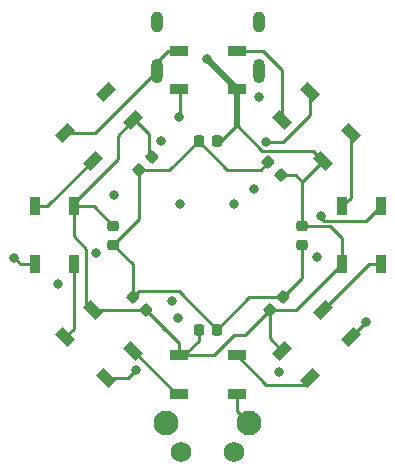
<source format=gbr>
%TF.GenerationSoftware,KiCad,Pcbnew,7.0.7*%
%TF.CreationDate,2023-10-09T00:15:42+08:00*%
%TF.ProjectId,RM_47mm,524d5f34-376d-46d2-9e6b-696361645f70,rev?*%
%TF.SameCoordinates,Original*%
%TF.FileFunction,Copper,L1,Top*%
%TF.FilePolarity,Positive*%
%FSLAX46Y46*%
G04 Gerber Fmt 4.6, Leading zero omitted, Abs format (unit mm)*
G04 Created by KiCad (PCBNEW 7.0.7) date 2023-10-09 00:15:42*
%MOMM*%
%LPD*%
G01*
G04 APERTURE LIST*
G04 Aperture macros list*
%AMRoundRect*
0 Rectangle with rounded corners*
0 $1 Rounding radius*
0 $2 $3 $4 $5 $6 $7 $8 $9 X,Y pos of 4 corners*
0 Add a 4 corners polygon primitive as box body*
4,1,4,$2,$3,$4,$5,$6,$7,$8,$9,$2,$3,0*
0 Add four circle primitives for the rounded corners*
1,1,$1+$1,$2,$3*
1,1,$1+$1,$4,$5*
1,1,$1+$1,$6,$7*
1,1,$1+$1,$8,$9*
0 Add four rect primitives between the rounded corners*
20,1,$1+$1,$2,$3,$4,$5,0*
20,1,$1+$1,$4,$5,$6,$7,0*
20,1,$1+$1,$6,$7,$8,$9,0*
20,1,$1+$1,$8,$9,$2,$3,0*%
%AMRotRect*
0 Rectangle, with rotation*
0 The origin of the aperture is its center*
0 $1 length*
0 $2 width*
0 $3 Rotation angle, in degrees counterclockwise*
0 Add horizontal line*
21,1,$1,$2,0,0,$3*%
G04 Aperture macros list end*
%TA.AperFunction,SMDPad,CuDef*%
%ADD10R,0.900000X1.500000*%
%TD*%
%TA.AperFunction,SMDPad,CuDef*%
%ADD11RotRect,1.500000X0.900000X45.000000*%
%TD*%
%TA.AperFunction,SMDPad,CuDef*%
%ADD12RoundRect,0.225000X0.225000X0.250000X-0.225000X0.250000X-0.225000X-0.250000X0.225000X-0.250000X0*%
%TD*%
%TA.AperFunction,SMDPad,CuDef*%
%ADD13RotRect,1.500000X0.900000X135.000000*%
%TD*%
%TA.AperFunction,SMDPad,CuDef*%
%ADD14RoundRect,0.225000X-0.017678X0.335876X-0.335876X0.017678X0.017678X-0.335876X0.335876X-0.017678X0*%
%TD*%
%TA.AperFunction,SMDPad,CuDef*%
%ADD15RotRect,1.500000X0.900000X225.000000*%
%TD*%
%TA.AperFunction,SMDPad,CuDef*%
%ADD16RoundRect,0.225000X0.250000X-0.225000X0.250000X0.225000X-0.250000X0.225000X-0.250000X-0.225000X0*%
%TD*%
%TA.AperFunction,SMDPad,CuDef*%
%ADD17RoundRect,0.225000X0.017678X-0.335876X0.335876X-0.017678X-0.017678X0.335876X-0.335876X0.017678X0*%
%TD*%
%TA.AperFunction,SMDPad,CuDef*%
%ADD18RoundRect,0.225000X-0.225000X-0.250000X0.225000X-0.250000X0.225000X0.250000X-0.225000X0.250000X0*%
%TD*%
%TA.AperFunction,SMDPad,CuDef*%
%ADD19RoundRect,0.225000X-0.335876X-0.017678X-0.017678X-0.335876X0.335876X0.017678X0.017678X0.335876X0*%
%TD*%
%TA.AperFunction,SMDPad,CuDef*%
%ADD20RotRect,1.500000X0.900000X315.000000*%
%TD*%
%TA.AperFunction,SMDPad,CuDef*%
%ADD21R,1.500000X0.900000*%
%TD*%
%TA.AperFunction,ComponentPad*%
%ADD22O,1.000000X1.800000*%
%TD*%
%TA.AperFunction,ComponentPad*%
%ADD23O,1.000000X2.100000*%
%TD*%
%TA.AperFunction,ComponentPad*%
%ADD24C,2.100000*%
%TD*%
%TA.AperFunction,ComponentPad*%
%ADD25C,1.750000*%
%TD*%
%TA.AperFunction,ViaPad*%
%ADD26C,0.800000*%
%TD*%
%TA.AperFunction,Conductor*%
%ADD27C,0.250000*%
%TD*%
%TA.AperFunction,Conductor*%
%ADD28C,0.500000*%
%TD*%
G04 APERTURE END LIST*
D10*
%TO.P,D3,1,VDD*%
%TO.N,/VCC_5V*%
X161350000Y-102450000D03*
%TO.P,D3,2,DOUT*%
%TO.N,Net-(D3-DOUT)*%
X164650000Y-102450000D03*
%TO.P,D3,3,VSS*%
%TO.N,Earth*%
X164650000Y-97550000D03*
%TO.P,D3,4,DIN*%
%TO.N,Net-(D2-DOUT)*%
X161350000Y-97550000D03*
%TD*%
D11*
%TO.P,D4,1,VDD*%
%TO.N,/VCC_5V*%
X156300862Y-109765685D03*
%TO.P,D4,2,DOUT*%
%TO.N,Net-(D4-DOUT)*%
X158634315Y-112099138D03*
%TO.P,D4,3,VSS*%
%TO.N,Earth*%
X162099138Y-108634315D03*
%TO.P,D4,4,DIN*%
%TO.N,Net-(D3-DOUT)*%
X159765685Y-106300862D03*
%TD*%
D12*
%TO.P,C5,1*%
%TO.N,Net-(C1-Pad1)*%
X150775000Y-108000000D03*
%TO.P,C5,2*%
%TO.N,/VCC_5V*%
X149225000Y-108000000D03*
%TD*%
D13*
%TO.P,D2,1,VDD*%
%TO.N,/VCC_5V*%
X159765685Y-93699138D03*
%TO.P,D2,2,DOUT*%
%TO.N,Net-(D2-DOUT)*%
X162099138Y-91365685D03*
%TO.P,D2,3,VSS*%
%TO.N,Earth*%
X158634315Y-87900862D03*
%TO.P,D2,4,DIN*%
%TO.N,Net-(D1-DOUT)*%
X156300862Y-90234315D03*
%TD*%
D14*
%TO.P,C4,1*%
%TO.N,Net-(C1-Pad1)*%
X156348008Y-105251992D03*
%TO.P,C4,2*%
%TO.N,/VCC_5V*%
X155251992Y-106348008D03*
%TD*%
D15*
%TO.P,D8,1,VDD*%
%TO.N,/VCC_5V*%
X143699138Y-90234315D03*
%TO.P,D8,2,DOUT*%
%TO.N,unconnected-(D8-DOUT-Pad2)*%
X141365685Y-87900862D03*
%TO.P,D8,3,VSS*%
%TO.N,Earth*%
X137900862Y-91365685D03*
%TO.P,D8,4,DIN*%
%TO.N,Net-(D7-DOUT)*%
X140234315Y-93699138D03*
%TD*%
D16*
%TO.P,C3,1*%
%TO.N,Net-(C1-Pad1)*%
X158000000Y-100775000D03*
%TO.P,C3,2*%
%TO.N,/VCC_5V*%
X158000000Y-99225000D03*
%TD*%
D17*
%TO.P,C8,1*%
%TO.N,Net-(C1-Pad1)*%
X144151992Y-94498008D03*
%TO.P,C8,2*%
%TO.N,/VCC_5V*%
X145248008Y-93401992D03*
%TD*%
D18*
%TO.P,C1,1*%
%TO.N,Net-(C1-Pad1)*%
X149225000Y-92000000D03*
%TO.P,C1,2*%
%TO.N,/VCC_5V*%
X150775000Y-92000000D03*
%TD*%
D19*
%TO.P,C6,1*%
%TO.N,Net-(C1-Pad1)*%
X143651992Y-105251992D03*
%TO.P,C6,2*%
%TO.N,/VCC_5V*%
X144748008Y-106348008D03*
%TD*%
%TO.P,C2,1*%
%TO.N,Net-(C1-Pad1)*%
X155101992Y-93801992D03*
%TO.P,C2,2*%
%TO.N,/VCC_5V*%
X156198008Y-94898008D03*
%TD*%
D20*
%TO.P,D6,1,VDD*%
%TO.N,/VCC_5V*%
X140234315Y-106300862D03*
%TO.P,D6,2,DOUT*%
%TO.N,Net-(D6-DOUT)*%
X137900862Y-108634315D03*
%TO.P,D6,3,VSS*%
%TO.N,Earth*%
X141365685Y-112099138D03*
%TO.P,D6,4,DIN*%
%TO.N,Net-(D5-DOUT)*%
X143699138Y-109765685D03*
%TD*%
D21*
%TO.P,D1,1,VDD*%
%TO.N,/VCC_5V*%
X152450000Y-87650000D03*
%TO.P,D1,2,DOUT*%
%TO.N,Net-(D1-DOUT)*%
X152450000Y-84350000D03*
%TO.P,D1,3,VSS*%
%TO.N,Earth*%
X147550000Y-84350000D03*
%TO.P,D1,4,DIN*%
%TO.N,/LED_IN*%
X147550000Y-87650000D03*
%TD*%
%TO.P,D5,1,VDD*%
%TO.N,/VCC_5V*%
X147550000Y-110150000D03*
%TO.P,D5,2,DOUT*%
%TO.N,Net-(D5-DOUT)*%
X147550000Y-113450000D03*
%TO.P,D5,3,VSS*%
%TO.N,Earth*%
X152450000Y-113450000D03*
%TO.P,D5,4,DIN*%
%TO.N,Net-(D4-DOUT)*%
X152450000Y-110150000D03*
%TD*%
D10*
%TO.P,D7,1,VDD*%
%TO.N,/VCC_5V*%
X138650000Y-97550000D03*
%TO.P,D7,2,DOUT*%
%TO.N,Net-(D7-DOUT)*%
X135350000Y-97550000D03*
%TO.P,D7,3,VSS*%
%TO.N,Earth*%
X135350000Y-102450000D03*
%TO.P,D7,4,DIN*%
%TO.N,Net-(D6-DOUT)*%
X138650000Y-102450000D03*
%TD*%
D16*
%TO.P,C7,1*%
%TO.N,Net-(C1-Pad1)*%
X142000000Y-100775000D03*
%TO.P,C7,2*%
%TO.N,/VCC_5V*%
X142000000Y-99225000D03*
%TD*%
D22*
%TO.P,J1,S1,SHIELD*%
%TO.N,Earth*%
X145680000Y-81925000D03*
D23*
X145680000Y-86125000D03*
D22*
X154320000Y-81925000D03*
D23*
X154320000Y-86125000D03*
%TD*%
D24*
%TO.P,SW3,*%
%TO.N,Earth*%
X146482909Y-115884152D03*
X153492909Y-115884152D03*
D25*
%TO.P,SW3,1,3*%
%TO.N,Net-(SW3-3)*%
X147732909Y-118374152D03*
%TO.P,SW3,2,4*%
%TO.N,/VCC_3V3*%
X152232909Y-118374152D03*
%TD*%
D26*
%TO.N,/VCC_3V3*%
X156014602Y-111564521D03*
X146945372Y-105591240D03*
X159213450Y-101805610D03*
X153932037Y-96057092D03*
X142018127Y-96551733D03*
X137330423Y-104140716D03*
X147629225Y-97348384D03*
%TO.N,Earth*%
X133597257Y-101877102D03*
X154297050Y-88284974D03*
X163388735Y-107365477D03*
X152248410Y-97319644D03*
X154905251Y-92074558D03*
X147459286Y-106959729D03*
X146043974Y-92040483D03*
X143942264Y-111435531D03*
X159539528Y-98368747D03*
X140513247Y-101468135D03*
%TO.N,/LED_IN*%
X147584501Y-89940150D03*
%TO.N,/VCC_5V*%
X149887261Y-85089147D03*
%TD*%
D27*
%TO.N,/VCC_5V*%
X152202111Y-108439115D02*
X150491226Y-110150000D01*
X155251992Y-106348008D02*
X153160885Y-108439115D01*
X153160885Y-108439115D02*
X152202111Y-108439115D01*
X150491226Y-110150000D02*
X147550000Y-110150000D01*
X149225000Y-108942351D02*
X149225000Y-108000000D01*
X147550000Y-110150000D02*
X148017351Y-110150000D01*
X148017351Y-110150000D02*
X149225000Y-108942351D01*
X146400000Y-108000000D02*
X144748008Y-106348008D01*
X147550000Y-109150000D02*
X144748008Y-106348008D01*
X147550000Y-110150000D02*
X147550000Y-109150000D01*
%TO.N,Net-(C1-Pad1)*%
X147524397Y-104749397D02*
X150775000Y-108000000D01*
X144154587Y-104749397D02*
X147524397Y-104749397D01*
X143651992Y-105251992D02*
X144154587Y-104749397D01*
%TO.N,Earth*%
X143278657Y-112099138D02*
X143942264Y-111435531D01*
X141365685Y-112099138D02*
X143278657Y-112099138D01*
%TO.N,/VCC_5V*%
X160355396Y-99225000D02*
X158000000Y-99225000D01*
X161350000Y-100219604D02*
X160355396Y-99225000D01*
X161350000Y-102450000D02*
X161350000Y-100219604D01*
X151107615Y-92000000D02*
X150775000Y-92000000D01*
X152450000Y-90657615D02*
X151107615Y-92000000D01*
X152450000Y-90655130D02*
X152450000Y-90657615D01*
X157455359Y-94898008D02*
X156198008Y-94898008D01*
X158000000Y-95442649D02*
X157455359Y-94898008D01*
X159743511Y-93699138D02*
X159765685Y-93699138D01*
X158000000Y-95442649D02*
X159743511Y-93699138D01*
X158000000Y-96700000D02*
X158000000Y-95442649D01*
X158000000Y-99225000D02*
X158000000Y-96700000D01*
%TO.N,Earth*%
X159813638Y-98770760D02*
X163429240Y-98770760D01*
X159539528Y-98496650D02*
X159813638Y-98770760D01*
X159539528Y-98368747D02*
X159539528Y-98496650D01*
X163429240Y-98770760D02*
X164650000Y-97550000D01*
%TO.N,Net-(C1-Pad1)*%
X149225000Y-92021008D02*
X149225000Y-92000000D01*
X146748000Y-94498008D02*
X149225000Y-92021008D01*
X144151992Y-94498008D02*
X146748000Y-94498008D01*
X151653643Y-94428643D02*
X149225000Y-92000000D01*
X155101992Y-93801992D02*
X154475341Y-94428643D01*
X154475341Y-94428643D02*
X151653643Y-94428643D01*
%TO.N,/LED_IN*%
X147596748Y-87696748D02*
X147550000Y-87650000D01*
X147596748Y-89927903D02*
X147596748Y-87696748D01*
X147584501Y-89940150D02*
X147596748Y-89927903D01*
%TO.N,Net-(C1-Pad1)*%
X158000000Y-103600000D02*
X158000000Y-100775000D01*
X143651992Y-105251992D02*
X143651992Y-102426992D01*
X156348008Y-105251992D02*
X158000000Y-103600000D01*
X150775000Y-108000000D02*
X153523008Y-105251992D01*
X144151992Y-98623008D02*
X142000000Y-100775000D01*
X143651992Y-102426992D02*
X142000000Y-100775000D01*
X144151992Y-94498008D02*
X144151992Y-98623008D01*
X153523008Y-105251992D02*
X156348008Y-105251992D01*
%TO.N,/VCC_3V3*%
X147116102Y-105591240D02*
X146945372Y-105591240D01*
%TO.N,Earth*%
X137900862Y-91365685D02*
X140439315Y-91365685D01*
X134170155Y-102450000D02*
X133597257Y-101877102D01*
X156346510Y-92074558D02*
X154905251Y-92074558D01*
X145680000Y-86125000D02*
X145680000Y-85321917D01*
X162119897Y-108634315D02*
X163388735Y-107365477D01*
X152450000Y-114841243D02*
X153492909Y-115884152D01*
X135350000Y-102450000D02*
X134170155Y-102450000D01*
X162099138Y-108634315D02*
X162119897Y-108634315D01*
X158634315Y-87900862D02*
X158634315Y-89786753D01*
X140439315Y-91365685D02*
X145680000Y-86125000D01*
X152450000Y-113450000D02*
X152450000Y-114841243D01*
X145680000Y-85321917D02*
X146651917Y-84350000D01*
X146651917Y-84350000D02*
X147550000Y-84350000D01*
X158634315Y-89786753D02*
X156346510Y-92074558D01*
%TO.N,Net-(D1-DOUT)*%
X156300862Y-85958116D02*
X154692746Y-84350000D01*
X156300862Y-90234315D02*
X156300862Y-85958116D01*
X154692746Y-84350000D02*
X152450000Y-84350000D01*
%TO.N,Net-(D2-DOUT)*%
X162099138Y-91365685D02*
X162099138Y-96800862D01*
X162099138Y-96800862D02*
X161350000Y-97550000D01*
%TO.N,Net-(D3-DOUT)*%
X163616547Y-102450000D02*
X159765685Y-106300862D01*
X164650000Y-102450000D02*
X163616547Y-102450000D01*
%TO.N,Net-(D4-DOUT)*%
X154929468Y-112629468D02*
X152450000Y-110150000D01*
X158634315Y-112099138D02*
X158103985Y-112629468D01*
X158103985Y-112629468D02*
X154929468Y-112629468D01*
%TO.N,/VCC_5V*%
X144700862Y-106300862D02*
X144748008Y-106348008D01*
X158892659Y-92826112D02*
X159765685Y-93699138D01*
X149885910Y-85089147D02*
X149887261Y-85089147D01*
X155251992Y-108714081D02*
X155251992Y-106348008D01*
X157451992Y-106348008D02*
X161350000Y-102450000D01*
X140234315Y-106300862D02*
X139703985Y-105770532D01*
X154620982Y-92826112D02*
X158892659Y-92826112D01*
X147550000Y-110150000D02*
X147565677Y-110165677D01*
X138650000Y-97251693D02*
X138650000Y-97550000D01*
X145016379Y-93170363D02*
X145016379Y-91452848D01*
X145248008Y-93401992D02*
X145016379Y-93170363D01*
X140325000Y-97550000D02*
X142000000Y-99225000D01*
D28*
X152450000Y-87650000D02*
X152450000Y-90655130D01*
D27*
X143813664Y-90234315D02*
X145024288Y-91444939D01*
X138650000Y-100063962D02*
X138650000Y-97550000D01*
X139703985Y-101117947D02*
X138650000Y-100063962D01*
D28*
X159823557Y-93641266D02*
X159765685Y-93699138D01*
D27*
X143699138Y-90234315D02*
X143813664Y-90234315D01*
X152450000Y-90655130D02*
X154620982Y-92826112D01*
X145016379Y-91452848D02*
X145024288Y-91444939D01*
X140234315Y-106300862D02*
X144700862Y-106300862D01*
X156300862Y-109765685D02*
X156300862Y-109762951D01*
X149225000Y-108000000D02*
X149225000Y-107700138D01*
X138650000Y-97550000D02*
X140325000Y-97550000D01*
D28*
X152448114Y-87650000D02*
X149887261Y-85089147D01*
D27*
X156300862Y-109762951D02*
X155251992Y-108714081D01*
X139703985Y-105770532D02*
X139703985Y-101117947D01*
X152450000Y-87650000D02*
X152448114Y-87650000D01*
X143699138Y-90234315D02*
X142375940Y-91557513D01*
X155251992Y-106348008D02*
X157451992Y-106348008D01*
X142375940Y-93525753D02*
X138650000Y-97251693D01*
X156014602Y-110051945D02*
X156300862Y-109765685D01*
X142375940Y-91557513D02*
X142375940Y-93525753D01*
%TO.N,Net-(D5-DOUT)*%
X147383453Y-113450000D02*
X143699138Y-109765685D01*
X147550000Y-113450000D02*
X147383453Y-113450000D01*
%TO.N,Net-(D6-DOUT)*%
X138648187Y-102451813D02*
X138650000Y-102450000D01*
X137900862Y-108634315D02*
X138648187Y-107886990D01*
X138648187Y-107886990D02*
X138648187Y-102451813D01*
%TO.N,Net-(D7-DOUT)*%
X135350000Y-97550000D02*
X136383453Y-97550000D01*
X136383453Y-97550000D02*
X140234315Y-93699138D01*
%TD*%
M02*

</source>
